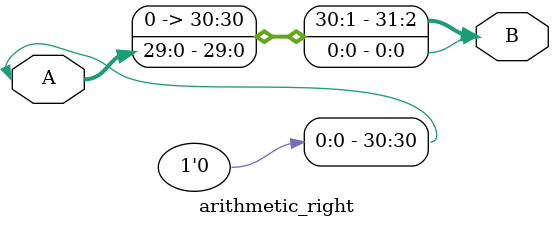
<source format=v>
`timescale 1ns / 1ps


module arithmetic_right(
    input [31:0] A,
    output [31:0] B
    );
    genvar i;
    assign B[0]=A[0];
    generate for(i=2;i<32;i=i+1) begin
        assign B[i]=A[i-1];
    end
    endgenerate
    assign B[31]=0;
endmodule

</source>
